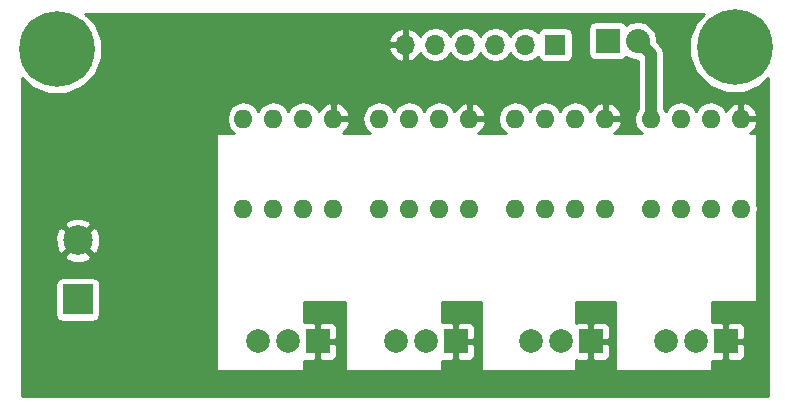
<source format=gbl>
G04 #@! TF.FileFunction,Copper,L2,Bot,Signal*
%FSLAX46Y46*%
G04 Gerber Fmt 4.6, Leading zero omitted, Abs format (unit mm)*
G04 Created by KiCad (PCBNEW 4.0.6+dfsg1-1) date Mon Feb 26 19:53:53 2018*
%MOMM*%
%LPD*%
G01*
G04 APERTURE LIST*
%ADD10C,0.100000*%
%ADD11R,2.500000X2.500000*%
%ADD12C,2.500000*%
%ADD13R,2.000000X2.000000*%
%ADD14C,2.000000*%
%ADD15O,1.600000X1.600000*%
%ADD16R,1.700000X1.700000*%
%ADD17O,1.700000X1.700000*%
%ADD18R,2.032000X2.032000*%
%ADD19O,2.032000X2.032000*%
%ADD20C,6.400000*%
%ADD21C,0.600000*%
%ADD22C,2.000000*%
%ADD23C,1.000000*%
%ADD24C,0.254000*%
G04 APERTURE END LIST*
D10*
D11*
X5496560Y8971280D03*
D12*
X5496560Y13971280D03*
D13*
X37500560Y5415280D03*
D14*
X34960560Y5415280D03*
X32460560Y5415280D03*
D15*
X19535760Y16650880D03*
X22075760Y16650880D03*
X24615760Y16650880D03*
X27155760Y16650880D03*
X27155760Y24270880D03*
X24615760Y24270880D03*
X22075760Y24270880D03*
X19535760Y24270880D03*
D16*
X45935760Y30550880D03*
D17*
X43395760Y30550880D03*
X40855760Y30550880D03*
X38315760Y30550880D03*
X35775760Y30550880D03*
X33235760Y30550880D03*
D15*
X31035760Y16650880D03*
X33575760Y16650880D03*
X36115760Y16650880D03*
X38655760Y16650880D03*
X38655760Y24270880D03*
X36115760Y24270880D03*
X33575760Y24270880D03*
X31035760Y24270880D03*
X42535760Y16650880D03*
X45075760Y16650880D03*
X47615760Y16650880D03*
X50155760Y16650880D03*
X50155760Y24270880D03*
X47615760Y24270880D03*
X45075760Y24270880D03*
X42535760Y24270880D03*
X54035760Y16650880D03*
X56575760Y16650880D03*
X59115760Y16650880D03*
X61655760Y16650880D03*
X61655760Y24270880D03*
X59115760Y24270880D03*
X56575760Y24270880D03*
X54035760Y24270880D03*
D13*
X60360560Y5415280D03*
D14*
X57820560Y5415280D03*
X55320560Y5415280D03*
D13*
X48930560Y5415280D03*
D14*
X46390560Y5415280D03*
X43890560Y5415280D03*
D13*
X25816560Y5415280D03*
D14*
X23276560Y5415280D03*
X20776560Y5415280D03*
D18*
X50374560Y30871280D03*
D19*
X52914560Y30871280D03*
D20*
X61122560Y30307280D03*
D21*
X63522560Y30307280D03*
X62819616Y28610224D03*
X61122560Y27907280D03*
X59425504Y28610224D03*
X58722560Y30307280D03*
X59425504Y32004336D03*
X61122560Y32707280D03*
X62819616Y32004336D03*
D20*
X3718560Y30180280D03*
D21*
X6118560Y30180280D03*
X5415616Y28483224D03*
X3718560Y27780280D03*
X2021504Y28483224D03*
X1318560Y30180280D03*
X2021504Y31877336D03*
X3718560Y32580280D03*
X5415616Y31877336D03*
X14386560Y3891280D03*
X14386560Y1605280D03*
X14386560Y2715280D03*
X14234560Y21925280D03*
X19424560Y31871280D03*
D22*
X14386560Y2715280D02*
X14386560Y3891280D01*
X14386560Y2715280D02*
X14386560Y1605280D01*
D23*
X14386560Y2715280D02*
X14386560Y2748280D01*
X14234560Y21925280D02*
X14132560Y21925280D01*
X19424560Y31871280D02*
X19474560Y31871280D01*
X54035760Y24270880D02*
X54035760Y29750080D01*
X54035760Y29750080D02*
X52914560Y30871280D01*
D24*
G36*
X57873301Y32482469D02*
X57288227Y31073455D01*
X57286896Y29547798D01*
X57869510Y28137765D01*
X58947371Y27058021D01*
X60356385Y26472947D01*
X61882042Y26471616D01*
X63292075Y27054230D01*
X63964560Y27725542D01*
X63964560Y781280D01*
X784560Y781280D01*
X784560Y10221280D01*
X3599120Y10221280D01*
X3599120Y7721280D01*
X3643398Y7485963D01*
X3782470Y7269839D01*
X3994670Y7124849D01*
X4246560Y7073840D01*
X6746560Y7073840D01*
X6981877Y7118118D01*
X7198001Y7257190D01*
X7342991Y7469390D01*
X7394000Y7721280D01*
X7394000Y10221280D01*
X7349722Y10456597D01*
X7210650Y10672721D01*
X6998450Y10817711D01*
X6746560Y10868720D01*
X4246560Y10868720D01*
X4011243Y10824442D01*
X3795119Y10685370D01*
X3650129Y10473170D01*
X3599120Y10221280D01*
X784560Y10221280D01*
X784560Y12637960D01*
X4342845Y12637960D01*
X4472093Y12345157D01*
X5172366Y12076892D01*
X5921995Y12097030D01*
X6521027Y12345157D01*
X6650275Y12637960D01*
X5496560Y13791675D01*
X4342845Y12637960D01*
X784560Y12637960D01*
X784560Y14295474D01*
X3602172Y14295474D01*
X3622310Y13545845D01*
X3870437Y12946813D01*
X4163240Y12817565D01*
X5316955Y13971280D01*
X5676165Y13971280D01*
X6829880Y12817565D01*
X7122683Y12946813D01*
X7390948Y13647086D01*
X7370810Y14396715D01*
X7122683Y14995747D01*
X6829880Y15124995D01*
X5676165Y13971280D01*
X5316955Y13971280D01*
X4163240Y15124995D01*
X3870437Y14995747D01*
X3602172Y14295474D01*
X784560Y14295474D01*
X784560Y15304600D01*
X4342845Y15304600D01*
X5496560Y14150885D01*
X6650275Y15304600D01*
X6521027Y15597403D01*
X5820754Y15865668D01*
X5071125Y15845530D01*
X4472093Y15597403D01*
X4342845Y15304600D01*
X784560Y15304600D01*
X784560Y22941280D01*
X17180560Y22941280D01*
X17180560Y3002280D01*
X17189245Y2956121D01*
X17216525Y2913727D01*
X17258150Y2885286D01*
X17307560Y2875280D01*
X24546560Y2875280D01*
X24592719Y2883965D01*
X24635113Y2911245D01*
X24663554Y2952870D01*
X24673560Y3002280D01*
X24673560Y3787194D01*
X24690251Y3780280D01*
X25530810Y3780280D01*
X25689560Y3939030D01*
X25689560Y5288280D01*
X25943560Y5288280D01*
X25943560Y3939030D01*
X26102310Y3780280D01*
X26942869Y3780280D01*
X27176258Y3876953D01*
X27354887Y4055581D01*
X27451560Y4288970D01*
X27451560Y5129530D01*
X27292810Y5288280D01*
X25943560Y5288280D01*
X25689560Y5288280D01*
X25669560Y5288280D01*
X25669560Y5542280D01*
X25689560Y5542280D01*
X25689560Y6891530D01*
X25943560Y6891530D01*
X25943560Y5542280D01*
X27292810Y5542280D01*
X27451560Y5701030D01*
X27451560Y6541590D01*
X27354887Y6774979D01*
X27176258Y6953607D01*
X26942869Y7050280D01*
X26102310Y7050280D01*
X25943560Y6891530D01*
X25689560Y6891530D01*
X25530810Y7050280D01*
X24690251Y7050280D01*
X24673560Y7043366D01*
X24673560Y8717280D01*
X28102560Y8717280D01*
X28102560Y3002280D01*
X28111245Y2956121D01*
X28138525Y2913727D01*
X28180150Y2885286D01*
X28229560Y2875280D01*
X36230560Y2875280D01*
X36276719Y2883965D01*
X36319113Y2911245D01*
X36347554Y2952870D01*
X36357560Y3002280D01*
X36357560Y3787194D01*
X36374251Y3780280D01*
X37214810Y3780280D01*
X37373560Y3939030D01*
X37373560Y5288280D01*
X37627560Y5288280D01*
X37627560Y3939030D01*
X37786310Y3780280D01*
X38626869Y3780280D01*
X38860258Y3876953D01*
X39038887Y4055581D01*
X39135560Y4288970D01*
X39135560Y5129530D01*
X38976810Y5288280D01*
X37627560Y5288280D01*
X37373560Y5288280D01*
X37353560Y5288280D01*
X37353560Y5542280D01*
X37373560Y5542280D01*
X37373560Y6891530D01*
X37627560Y6891530D01*
X37627560Y5542280D01*
X38976810Y5542280D01*
X39135560Y5701030D01*
X39135560Y6541590D01*
X39038887Y6774979D01*
X38860258Y6953607D01*
X38626869Y7050280D01*
X37786310Y7050280D01*
X37627560Y6891530D01*
X37373560Y6891530D01*
X37214810Y7050280D01*
X36374251Y7050280D01*
X36357560Y7043366D01*
X36357560Y8717280D01*
X39659560Y8717280D01*
X39659560Y3002280D01*
X39668245Y2956121D01*
X39695525Y2913727D01*
X39737150Y2885286D01*
X39786560Y2875280D01*
X47533560Y2875280D01*
X47579719Y2883965D01*
X47622113Y2911245D01*
X47650554Y2952870D01*
X47660560Y3002280D01*
X47660560Y3839799D01*
X47804251Y3780280D01*
X48644810Y3780280D01*
X48803560Y3939030D01*
X48803560Y5288280D01*
X49057560Y5288280D01*
X49057560Y3939030D01*
X49216310Y3780280D01*
X50056869Y3780280D01*
X50290258Y3876953D01*
X50468887Y4055581D01*
X50565560Y4288970D01*
X50565560Y5129530D01*
X50406810Y5288280D01*
X49057560Y5288280D01*
X48803560Y5288280D01*
X48783560Y5288280D01*
X48783560Y5542280D01*
X48803560Y5542280D01*
X48803560Y6891530D01*
X49057560Y6891530D01*
X49057560Y5542280D01*
X50406810Y5542280D01*
X50565560Y5701030D01*
X50565560Y6541590D01*
X50468887Y6774979D01*
X50290258Y6953607D01*
X50056869Y7050280D01*
X49216310Y7050280D01*
X49057560Y6891530D01*
X48803560Y6891530D01*
X48644810Y7050280D01*
X47804251Y7050280D01*
X47660560Y6990761D01*
X47660560Y8717280D01*
X50962560Y8717280D01*
X50962560Y3002280D01*
X50971245Y2956121D01*
X50998525Y2913727D01*
X51040150Y2885286D01*
X51089560Y2875280D01*
X59090560Y2875280D01*
X59136719Y2883965D01*
X59179113Y2911245D01*
X59207554Y2952870D01*
X59217560Y3002280D01*
X59217560Y3787194D01*
X59234251Y3780280D01*
X60074810Y3780280D01*
X60233560Y3939030D01*
X60233560Y5288280D01*
X60487560Y5288280D01*
X60487560Y3939030D01*
X60646310Y3780280D01*
X61486869Y3780280D01*
X61720258Y3876953D01*
X61898887Y4055581D01*
X61995560Y4288970D01*
X61995560Y5129530D01*
X61836810Y5288280D01*
X60487560Y5288280D01*
X60233560Y5288280D01*
X60213560Y5288280D01*
X60213560Y5542280D01*
X60233560Y5542280D01*
X60233560Y6891530D01*
X60487560Y6891530D01*
X60487560Y5542280D01*
X61836810Y5542280D01*
X61995560Y5701030D01*
X61995560Y6541590D01*
X61898887Y6774979D01*
X61720258Y6953607D01*
X61486869Y7050280D01*
X60646310Y7050280D01*
X60487560Y6891530D01*
X60233560Y6891530D01*
X60074810Y7050280D01*
X59234251Y7050280D01*
X59217560Y7043366D01*
X59217560Y8717280D01*
X62900560Y8717280D01*
X62946719Y8725965D01*
X62989113Y8753245D01*
X63017554Y8794870D01*
X63027560Y8844280D01*
X63027560Y16305039D01*
X63090760Y16622767D01*
X63090760Y16678993D01*
X63027560Y16996721D01*
X63027560Y22941280D01*
X63018875Y22987439D01*
X62991595Y23029833D01*
X62949970Y23058274D01*
X62900560Y23068280D01*
X62424579Y23068280D01*
X62808149Y23415746D01*
X63047674Y23921839D01*
X62926389Y24143880D01*
X61782760Y24143880D01*
X61782760Y24123880D01*
X61528760Y24123880D01*
X61528760Y24143880D01*
X61508760Y24143880D01*
X61508760Y24397880D01*
X61528760Y24397880D01*
X61528760Y25540795D01*
X61782760Y25540795D01*
X61782760Y24397880D01*
X62926389Y24397880D01*
X63047674Y24619921D01*
X62808149Y25126014D01*
X62393183Y25501921D01*
X62004799Y25662784D01*
X61782760Y25540795D01*
X61528760Y25540795D01*
X61306721Y25662784D01*
X60918337Y25501921D01*
X60503371Y25126014D01*
X60400746Y24909177D01*
X60130458Y25313691D01*
X59664911Y25624760D01*
X59115760Y25733993D01*
X58566609Y25624760D01*
X58101062Y25313691D01*
X57845760Y24931605D01*
X57590458Y25313691D01*
X57124911Y25624760D01*
X56575760Y25733993D01*
X56026609Y25624760D01*
X55561062Y25313691D01*
X55305760Y24931605D01*
X55170760Y25133647D01*
X55170760Y29750080D01*
X55084363Y30184426D01*
X54838326Y30552646D01*
X54563316Y30827656D01*
X54565560Y30838935D01*
X54565560Y30903625D01*
X54439885Y31535435D01*
X54081993Y32071058D01*
X53546370Y32428950D01*
X52914560Y32554625D01*
X52282750Y32428950D01*
X51942768Y32201781D01*
X51854650Y32338721D01*
X51642450Y32483711D01*
X51390560Y32534720D01*
X49358560Y32534720D01*
X49123243Y32490442D01*
X48907119Y32351370D01*
X48762129Y32139170D01*
X48711120Y31887280D01*
X48711120Y29855280D01*
X48755398Y29619963D01*
X48894470Y29403839D01*
X49106670Y29258849D01*
X49358560Y29207840D01*
X51390560Y29207840D01*
X51625877Y29252118D01*
X51842001Y29391190D01*
X51943758Y29540117D01*
X52282750Y29313610D01*
X52900760Y29190680D01*
X52900760Y25133647D01*
X52709993Y24848144D01*
X52600760Y24298993D01*
X52600760Y24242767D01*
X52709993Y23693616D01*
X53021062Y23228069D01*
X53260203Y23068280D01*
X50924579Y23068280D01*
X51308149Y23415746D01*
X51547674Y23921839D01*
X51426389Y24143880D01*
X50282760Y24143880D01*
X50282760Y24123880D01*
X50028760Y24123880D01*
X50028760Y24143880D01*
X50008760Y24143880D01*
X50008760Y24397880D01*
X50028760Y24397880D01*
X50028760Y25540795D01*
X50282760Y25540795D01*
X50282760Y24397880D01*
X51426389Y24397880D01*
X51547674Y24619921D01*
X51308149Y25126014D01*
X50893183Y25501921D01*
X50504799Y25662784D01*
X50282760Y25540795D01*
X50028760Y25540795D01*
X49806721Y25662784D01*
X49418337Y25501921D01*
X49003371Y25126014D01*
X48900746Y24909177D01*
X48630458Y25313691D01*
X48164911Y25624760D01*
X47615760Y25733993D01*
X47066609Y25624760D01*
X46601062Y25313691D01*
X46345760Y24931605D01*
X46090458Y25313691D01*
X45624911Y25624760D01*
X45075760Y25733993D01*
X44526609Y25624760D01*
X44061062Y25313691D01*
X43805760Y24931605D01*
X43550458Y25313691D01*
X43084911Y25624760D01*
X42535760Y25733993D01*
X41986609Y25624760D01*
X41521062Y25313691D01*
X41209993Y24848144D01*
X41100760Y24298993D01*
X41100760Y24242767D01*
X41209993Y23693616D01*
X41521062Y23228069D01*
X41760203Y23068280D01*
X39424579Y23068280D01*
X39808149Y23415746D01*
X40047674Y23921839D01*
X39926389Y24143880D01*
X38782760Y24143880D01*
X38782760Y24123880D01*
X38528760Y24123880D01*
X38528760Y24143880D01*
X38508760Y24143880D01*
X38508760Y24397880D01*
X38528760Y24397880D01*
X38528760Y25540795D01*
X38782760Y25540795D01*
X38782760Y24397880D01*
X39926389Y24397880D01*
X40047674Y24619921D01*
X39808149Y25126014D01*
X39393183Y25501921D01*
X39004799Y25662784D01*
X38782760Y25540795D01*
X38528760Y25540795D01*
X38306721Y25662784D01*
X37918337Y25501921D01*
X37503371Y25126014D01*
X37400746Y24909177D01*
X37130458Y25313691D01*
X36664911Y25624760D01*
X36115760Y25733993D01*
X35566609Y25624760D01*
X35101062Y25313691D01*
X34845760Y24931605D01*
X34590458Y25313691D01*
X34124911Y25624760D01*
X33575760Y25733993D01*
X33026609Y25624760D01*
X32561062Y25313691D01*
X32305760Y24931605D01*
X32050458Y25313691D01*
X31584911Y25624760D01*
X31035760Y25733993D01*
X30486609Y25624760D01*
X30021062Y25313691D01*
X29709993Y24848144D01*
X29600760Y24298993D01*
X29600760Y24242767D01*
X29709993Y23693616D01*
X30021062Y23228069D01*
X30260203Y23068280D01*
X27924579Y23068280D01*
X28308149Y23415746D01*
X28547674Y23921839D01*
X28426389Y24143880D01*
X27282760Y24143880D01*
X27282760Y24123880D01*
X27028760Y24123880D01*
X27028760Y24143880D01*
X27008760Y24143880D01*
X27008760Y24397880D01*
X27028760Y24397880D01*
X27028760Y25540795D01*
X27282760Y25540795D01*
X27282760Y24397880D01*
X28426389Y24397880D01*
X28547674Y24619921D01*
X28308149Y25126014D01*
X27893183Y25501921D01*
X27504799Y25662784D01*
X27282760Y25540795D01*
X27028760Y25540795D01*
X26806721Y25662784D01*
X26418337Y25501921D01*
X26003371Y25126014D01*
X25900746Y24909177D01*
X25630458Y25313691D01*
X25164911Y25624760D01*
X24615760Y25733993D01*
X24066609Y25624760D01*
X23601062Y25313691D01*
X23345760Y24931605D01*
X23090458Y25313691D01*
X22624911Y25624760D01*
X22075760Y25733993D01*
X21526609Y25624760D01*
X21061062Y25313691D01*
X20805760Y24931605D01*
X20550458Y25313691D01*
X20084911Y25624760D01*
X19535760Y25733993D01*
X18986609Y25624760D01*
X18521062Y25313691D01*
X18209993Y24848144D01*
X18100760Y24298993D01*
X18100760Y24242767D01*
X18209993Y23693616D01*
X18521062Y23228069D01*
X18760203Y23068280D01*
X17307560Y23068280D01*
X17261401Y23059595D01*
X17219007Y23032315D01*
X17190566Y22990690D01*
X17180560Y22941280D01*
X784560Y22941280D01*
X784560Y27691158D01*
X1543371Y26931021D01*
X2952385Y26345947D01*
X4478042Y26344616D01*
X5888075Y26927230D01*
X6967819Y28005091D01*
X7552893Y29414105D01*
X7553573Y30193988D01*
X31794274Y30193988D01*
X32040577Y29669522D01*
X32468836Y29279235D01*
X32878870Y29109404D01*
X33108760Y29230725D01*
X33108760Y30423880D01*
X31914941Y30423880D01*
X31794274Y30193988D01*
X7553573Y30193988D01*
X7554196Y30907772D01*
X31794274Y30907772D01*
X31914941Y30677880D01*
X33108760Y30677880D01*
X33108760Y31871035D01*
X33362760Y31871035D01*
X33362760Y30677880D01*
X33382760Y30677880D01*
X33382760Y30423880D01*
X33362760Y30423880D01*
X33362760Y29230725D01*
X33592650Y29109404D01*
X34002684Y29279235D01*
X34430943Y29669522D01*
X34498058Y29812433D01*
X34725706Y29471733D01*
X35207475Y29149826D01*
X35775760Y29036787D01*
X36344045Y29149826D01*
X36825814Y29471733D01*
X37045760Y29800906D01*
X37265706Y29471733D01*
X37747475Y29149826D01*
X38315760Y29036787D01*
X38884045Y29149826D01*
X39365814Y29471733D01*
X39585760Y29800906D01*
X39805706Y29471733D01*
X40287475Y29149826D01*
X40855760Y29036787D01*
X41424045Y29149826D01*
X41905814Y29471733D01*
X42125760Y29800906D01*
X42345706Y29471733D01*
X42827475Y29149826D01*
X43395760Y29036787D01*
X43964045Y29149826D01*
X44445814Y29471733D01*
X44473610Y29513332D01*
X44482598Y29465563D01*
X44621670Y29249439D01*
X44833870Y29104449D01*
X45085760Y29053440D01*
X46785760Y29053440D01*
X47021077Y29097718D01*
X47237201Y29236790D01*
X47382191Y29448990D01*
X47433200Y29700880D01*
X47433200Y31400880D01*
X47388922Y31636197D01*
X47249850Y31852321D01*
X47037650Y31997311D01*
X46785760Y32048320D01*
X45085760Y32048320D01*
X44850443Y32004042D01*
X44634319Y31864970D01*
X44489329Y31652770D01*
X44475674Y31585339D01*
X44445814Y31630027D01*
X43964045Y31951934D01*
X43395760Y32064973D01*
X42827475Y31951934D01*
X42345706Y31630027D01*
X42125760Y31300854D01*
X41905814Y31630027D01*
X41424045Y31951934D01*
X40855760Y32064973D01*
X40287475Y31951934D01*
X39805706Y31630027D01*
X39585760Y31300854D01*
X39365814Y31630027D01*
X38884045Y31951934D01*
X38315760Y32064973D01*
X37747475Y31951934D01*
X37265706Y31630027D01*
X37045760Y31300854D01*
X36825814Y31630027D01*
X36344045Y31951934D01*
X35775760Y32064973D01*
X35207475Y31951934D01*
X34725706Y31630027D01*
X34498058Y31289327D01*
X34430943Y31432238D01*
X34002684Y31822525D01*
X33592650Y31992356D01*
X33362760Y31871035D01*
X33108760Y31871035D01*
X32878870Y31992356D01*
X32468836Y31822525D01*
X32040577Y31432238D01*
X31794274Y30907772D01*
X7554196Y30907772D01*
X7554224Y30939762D01*
X6971610Y32349795D01*
X6161540Y33161280D01*
X58553298Y33161280D01*
X57873301Y32482469D01*
X57873301Y32482469D01*
G37*
X57873301Y32482469D02*
X57288227Y31073455D01*
X57286896Y29547798D01*
X57869510Y28137765D01*
X58947371Y27058021D01*
X60356385Y26472947D01*
X61882042Y26471616D01*
X63292075Y27054230D01*
X63964560Y27725542D01*
X63964560Y781280D01*
X784560Y781280D01*
X784560Y10221280D01*
X3599120Y10221280D01*
X3599120Y7721280D01*
X3643398Y7485963D01*
X3782470Y7269839D01*
X3994670Y7124849D01*
X4246560Y7073840D01*
X6746560Y7073840D01*
X6981877Y7118118D01*
X7198001Y7257190D01*
X7342991Y7469390D01*
X7394000Y7721280D01*
X7394000Y10221280D01*
X7349722Y10456597D01*
X7210650Y10672721D01*
X6998450Y10817711D01*
X6746560Y10868720D01*
X4246560Y10868720D01*
X4011243Y10824442D01*
X3795119Y10685370D01*
X3650129Y10473170D01*
X3599120Y10221280D01*
X784560Y10221280D01*
X784560Y12637960D01*
X4342845Y12637960D01*
X4472093Y12345157D01*
X5172366Y12076892D01*
X5921995Y12097030D01*
X6521027Y12345157D01*
X6650275Y12637960D01*
X5496560Y13791675D01*
X4342845Y12637960D01*
X784560Y12637960D01*
X784560Y14295474D01*
X3602172Y14295474D01*
X3622310Y13545845D01*
X3870437Y12946813D01*
X4163240Y12817565D01*
X5316955Y13971280D01*
X5676165Y13971280D01*
X6829880Y12817565D01*
X7122683Y12946813D01*
X7390948Y13647086D01*
X7370810Y14396715D01*
X7122683Y14995747D01*
X6829880Y15124995D01*
X5676165Y13971280D01*
X5316955Y13971280D01*
X4163240Y15124995D01*
X3870437Y14995747D01*
X3602172Y14295474D01*
X784560Y14295474D01*
X784560Y15304600D01*
X4342845Y15304600D01*
X5496560Y14150885D01*
X6650275Y15304600D01*
X6521027Y15597403D01*
X5820754Y15865668D01*
X5071125Y15845530D01*
X4472093Y15597403D01*
X4342845Y15304600D01*
X784560Y15304600D01*
X784560Y22941280D01*
X17180560Y22941280D01*
X17180560Y3002280D01*
X17189245Y2956121D01*
X17216525Y2913727D01*
X17258150Y2885286D01*
X17307560Y2875280D01*
X24546560Y2875280D01*
X24592719Y2883965D01*
X24635113Y2911245D01*
X24663554Y2952870D01*
X24673560Y3002280D01*
X24673560Y3787194D01*
X24690251Y3780280D01*
X25530810Y3780280D01*
X25689560Y3939030D01*
X25689560Y5288280D01*
X25943560Y5288280D01*
X25943560Y3939030D01*
X26102310Y3780280D01*
X26942869Y3780280D01*
X27176258Y3876953D01*
X27354887Y4055581D01*
X27451560Y4288970D01*
X27451560Y5129530D01*
X27292810Y5288280D01*
X25943560Y5288280D01*
X25689560Y5288280D01*
X25669560Y5288280D01*
X25669560Y5542280D01*
X25689560Y5542280D01*
X25689560Y6891530D01*
X25943560Y6891530D01*
X25943560Y5542280D01*
X27292810Y5542280D01*
X27451560Y5701030D01*
X27451560Y6541590D01*
X27354887Y6774979D01*
X27176258Y6953607D01*
X26942869Y7050280D01*
X26102310Y7050280D01*
X25943560Y6891530D01*
X25689560Y6891530D01*
X25530810Y7050280D01*
X24690251Y7050280D01*
X24673560Y7043366D01*
X24673560Y8717280D01*
X28102560Y8717280D01*
X28102560Y3002280D01*
X28111245Y2956121D01*
X28138525Y2913727D01*
X28180150Y2885286D01*
X28229560Y2875280D01*
X36230560Y2875280D01*
X36276719Y2883965D01*
X36319113Y2911245D01*
X36347554Y2952870D01*
X36357560Y3002280D01*
X36357560Y3787194D01*
X36374251Y3780280D01*
X37214810Y3780280D01*
X37373560Y3939030D01*
X37373560Y5288280D01*
X37627560Y5288280D01*
X37627560Y3939030D01*
X37786310Y3780280D01*
X38626869Y3780280D01*
X38860258Y3876953D01*
X39038887Y4055581D01*
X39135560Y4288970D01*
X39135560Y5129530D01*
X38976810Y5288280D01*
X37627560Y5288280D01*
X37373560Y5288280D01*
X37353560Y5288280D01*
X37353560Y5542280D01*
X37373560Y5542280D01*
X37373560Y6891530D01*
X37627560Y6891530D01*
X37627560Y5542280D01*
X38976810Y5542280D01*
X39135560Y5701030D01*
X39135560Y6541590D01*
X39038887Y6774979D01*
X38860258Y6953607D01*
X38626869Y7050280D01*
X37786310Y7050280D01*
X37627560Y6891530D01*
X37373560Y6891530D01*
X37214810Y7050280D01*
X36374251Y7050280D01*
X36357560Y7043366D01*
X36357560Y8717280D01*
X39659560Y8717280D01*
X39659560Y3002280D01*
X39668245Y2956121D01*
X39695525Y2913727D01*
X39737150Y2885286D01*
X39786560Y2875280D01*
X47533560Y2875280D01*
X47579719Y2883965D01*
X47622113Y2911245D01*
X47650554Y2952870D01*
X47660560Y3002280D01*
X47660560Y3839799D01*
X47804251Y3780280D01*
X48644810Y3780280D01*
X48803560Y3939030D01*
X48803560Y5288280D01*
X49057560Y5288280D01*
X49057560Y3939030D01*
X49216310Y3780280D01*
X50056869Y3780280D01*
X50290258Y3876953D01*
X50468887Y4055581D01*
X50565560Y4288970D01*
X50565560Y5129530D01*
X50406810Y5288280D01*
X49057560Y5288280D01*
X48803560Y5288280D01*
X48783560Y5288280D01*
X48783560Y5542280D01*
X48803560Y5542280D01*
X48803560Y6891530D01*
X49057560Y6891530D01*
X49057560Y5542280D01*
X50406810Y5542280D01*
X50565560Y5701030D01*
X50565560Y6541590D01*
X50468887Y6774979D01*
X50290258Y6953607D01*
X50056869Y7050280D01*
X49216310Y7050280D01*
X49057560Y6891530D01*
X48803560Y6891530D01*
X48644810Y7050280D01*
X47804251Y7050280D01*
X47660560Y6990761D01*
X47660560Y8717280D01*
X50962560Y8717280D01*
X50962560Y3002280D01*
X50971245Y2956121D01*
X50998525Y2913727D01*
X51040150Y2885286D01*
X51089560Y2875280D01*
X59090560Y2875280D01*
X59136719Y2883965D01*
X59179113Y2911245D01*
X59207554Y2952870D01*
X59217560Y3002280D01*
X59217560Y3787194D01*
X59234251Y3780280D01*
X60074810Y3780280D01*
X60233560Y3939030D01*
X60233560Y5288280D01*
X60487560Y5288280D01*
X60487560Y3939030D01*
X60646310Y3780280D01*
X61486869Y3780280D01*
X61720258Y3876953D01*
X61898887Y4055581D01*
X61995560Y4288970D01*
X61995560Y5129530D01*
X61836810Y5288280D01*
X60487560Y5288280D01*
X60233560Y5288280D01*
X60213560Y5288280D01*
X60213560Y5542280D01*
X60233560Y5542280D01*
X60233560Y6891530D01*
X60487560Y6891530D01*
X60487560Y5542280D01*
X61836810Y5542280D01*
X61995560Y5701030D01*
X61995560Y6541590D01*
X61898887Y6774979D01*
X61720258Y6953607D01*
X61486869Y7050280D01*
X60646310Y7050280D01*
X60487560Y6891530D01*
X60233560Y6891530D01*
X60074810Y7050280D01*
X59234251Y7050280D01*
X59217560Y7043366D01*
X59217560Y8717280D01*
X62900560Y8717280D01*
X62946719Y8725965D01*
X62989113Y8753245D01*
X63017554Y8794870D01*
X63027560Y8844280D01*
X63027560Y16305039D01*
X63090760Y16622767D01*
X63090760Y16678993D01*
X63027560Y16996721D01*
X63027560Y22941280D01*
X63018875Y22987439D01*
X62991595Y23029833D01*
X62949970Y23058274D01*
X62900560Y23068280D01*
X62424579Y23068280D01*
X62808149Y23415746D01*
X63047674Y23921839D01*
X62926389Y24143880D01*
X61782760Y24143880D01*
X61782760Y24123880D01*
X61528760Y24123880D01*
X61528760Y24143880D01*
X61508760Y24143880D01*
X61508760Y24397880D01*
X61528760Y24397880D01*
X61528760Y25540795D01*
X61782760Y25540795D01*
X61782760Y24397880D01*
X62926389Y24397880D01*
X63047674Y24619921D01*
X62808149Y25126014D01*
X62393183Y25501921D01*
X62004799Y25662784D01*
X61782760Y25540795D01*
X61528760Y25540795D01*
X61306721Y25662784D01*
X60918337Y25501921D01*
X60503371Y25126014D01*
X60400746Y24909177D01*
X60130458Y25313691D01*
X59664911Y25624760D01*
X59115760Y25733993D01*
X58566609Y25624760D01*
X58101062Y25313691D01*
X57845760Y24931605D01*
X57590458Y25313691D01*
X57124911Y25624760D01*
X56575760Y25733993D01*
X56026609Y25624760D01*
X55561062Y25313691D01*
X55305760Y24931605D01*
X55170760Y25133647D01*
X55170760Y29750080D01*
X55084363Y30184426D01*
X54838326Y30552646D01*
X54563316Y30827656D01*
X54565560Y30838935D01*
X54565560Y30903625D01*
X54439885Y31535435D01*
X54081993Y32071058D01*
X53546370Y32428950D01*
X52914560Y32554625D01*
X52282750Y32428950D01*
X51942768Y32201781D01*
X51854650Y32338721D01*
X51642450Y32483711D01*
X51390560Y32534720D01*
X49358560Y32534720D01*
X49123243Y32490442D01*
X48907119Y32351370D01*
X48762129Y32139170D01*
X48711120Y31887280D01*
X48711120Y29855280D01*
X48755398Y29619963D01*
X48894470Y29403839D01*
X49106670Y29258849D01*
X49358560Y29207840D01*
X51390560Y29207840D01*
X51625877Y29252118D01*
X51842001Y29391190D01*
X51943758Y29540117D01*
X52282750Y29313610D01*
X52900760Y29190680D01*
X52900760Y25133647D01*
X52709993Y24848144D01*
X52600760Y24298993D01*
X52600760Y24242767D01*
X52709993Y23693616D01*
X53021062Y23228069D01*
X53260203Y23068280D01*
X50924579Y23068280D01*
X51308149Y23415746D01*
X51547674Y23921839D01*
X51426389Y24143880D01*
X50282760Y24143880D01*
X50282760Y24123880D01*
X50028760Y24123880D01*
X50028760Y24143880D01*
X50008760Y24143880D01*
X50008760Y24397880D01*
X50028760Y24397880D01*
X50028760Y25540795D01*
X50282760Y25540795D01*
X50282760Y24397880D01*
X51426389Y24397880D01*
X51547674Y24619921D01*
X51308149Y25126014D01*
X50893183Y25501921D01*
X50504799Y25662784D01*
X50282760Y25540795D01*
X50028760Y25540795D01*
X49806721Y25662784D01*
X49418337Y25501921D01*
X49003371Y25126014D01*
X48900746Y24909177D01*
X48630458Y25313691D01*
X48164911Y25624760D01*
X47615760Y25733993D01*
X47066609Y25624760D01*
X46601062Y25313691D01*
X46345760Y24931605D01*
X46090458Y25313691D01*
X45624911Y25624760D01*
X45075760Y25733993D01*
X44526609Y25624760D01*
X44061062Y25313691D01*
X43805760Y24931605D01*
X43550458Y25313691D01*
X43084911Y25624760D01*
X42535760Y25733993D01*
X41986609Y25624760D01*
X41521062Y25313691D01*
X41209993Y24848144D01*
X41100760Y24298993D01*
X41100760Y24242767D01*
X41209993Y23693616D01*
X41521062Y23228069D01*
X41760203Y23068280D01*
X39424579Y23068280D01*
X39808149Y23415746D01*
X40047674Y23921839D01*
X39926389Y24143880D01*
X38782760Y24143880D01*
X38782760Y24123880D01*
X38528760Y24123880D01*
X38528760Y24143880D01*
X38508760Y24143880D01*
X38508760Y24397880D01*
X38528760Y24397880D01*
X38528760Y25540795D01*
X38782760Y25540795D01*
X38782760Y24397880D01*
X39926389Y24397880D01*
X40047674Y24619921D01*
X39808149Y25126014D01*
X39393183Y25501921D01*
X39004799Y25662784D01*
X38782760Y25540795D01*
X38528760Y25540795D01*
X38306721Y25662784D01*
X37918337Y25501921D01*
X37503371Y25126014D01*
X37400746Y24909177D01*
X37130458Y25313691D01*
X36664911Y25624760D01*
X36115760Y25733993D01*
X35566609Y25624760D01*
X35101062Y25313691D01*
X34845760Y24931605D01*
X34590458Y25313691D01*
X34124911Y25624760D01*
X33575760Y25733993D01*
X33026609Y25624760D01*
X32561062Y25313691D01*
X32305760Y24931605D01*
X32050458Y25313691D01*
X31584911Y25624760D01*
X31035760Y25733993D01*
X30486609Y25624760D01*
X30021062Y25313691D01*
X29709993Y24848144D01*
X29600760Y24298993D01*
X29600760Y24242767D01*
X29709993Y23693616D01*
X30021062Y23228069D01*
X30260203Y23068280D01*
X27924579Y23068280D01*
X28308149Y23415746D01*
X28547674Y23921839D01*
X28426389Y24143880D01*
X27282760Y24143880D01*
X27282760Y24123880D01*
X27028760Y24123880D01*
X27028760Y24143880D01*
X27008760Y24143880D01*
X27008760Y24397880D01*
X27028760Y24397880D01*
X27028760Y25540795D01*
X27282760Y25540795D01*
X27282760Y24397880D01*
X28426389Y24397880D01*
X28547674Y24619921D01*
X28308149Y25126014D01*
X27893183Y25501921D01*
X27504799Y25662784D01*
X27282760Y25540795D01*
X27028760Y25540795D01*
X26806721Y25662784D01*
X26418337Y25501921D01*
X26003371Y25126014D01*
X25900746Y24909177D01*
X25630458Y25313691D01*
X25164911Y25624760D01*
X24615760Y25733993D01*
X24066609Y25624760D01*
X23601062Y25313691D01*
X23345760Y24931605D01*
X23090458Y25313691D01*
X22624911Y25624760D01*
X22075760Y25733993D01*
X21526609Y25624760D01*
X21061062Y25313691D01*
X20805760Y24931605D01*
X20550458Y25313691D01*
X20084911Y25624760D01*
X19535760Y25733993D01*
X18986609Y25624760D01*
X18521062Y25313691D01*
X18209993Y24848144D01*
X18100760Y24298993D01*
X18100760Y24242767D01*
X18209993Y23693616D01*
X18521062Y23228069D01*
X18760203Y23068280D01*
X17307560Y23068280D01*
X17261401Y23059595D01*
X17219007Y23032315D01*
X17190566Y22990690D01*
X17180560Y22941280D01*
X784560Y22941280D01*
X784560Y27691158D01*
X1543371Y26931021D01*
X2952385Y26345947D01*
X4478042Y26344616D01*
X5888075Y26927230D01*
X6967819Y28005091D01*
X7552893Y29414105D01*
X7553573Y30193988D01*
X31794274Y30193988D01*
X32040577Y29669522D01*
X32468836Y29279235D01*
X32878870Y29109404D01*
X33108760Y29230725D01*
X33108760Y30423880D01*
X31914941Y30423880D01*
X31794274Y30193988D01*
X7553573Y30193988D01*
X7554196Y30907772D01*
X31794274Y30907772D01*
X31914941Y30677880D01*
X33108760Y30677880D01*
X33108760Y31871035D01*
X33362760Y31871035D01*
X33362760Y30677880D01*
X33382760Y30677880D01*
X33382760Y30423880D01*
X33362760Y30423880D01*
X33362760Y29230725D01*
X33592650Y29109404D01*
X34002684Y29279235D01*
X34430943Y29669522D01*
X34498058Y29812433D01*
X34725706Y29471733D01*
X35207475Y29149826D01*
X35775760Y29036787D01*
X36344045Y29149826D01*
X36825814Y29471733D01*
X37045760Y29800906D01*
X37265706Y29471733D01*
X37747475Y29149826D01*
X38315760Y29036787D01*
X38884045Y29149826D01*
X39365814Y29471733D01*
X39585760Y29800906D01*
X39805706Y29471733D01*
X40287475Y29149826D01*
X40855760Y29036787D01*
X41424045Y29149826D01*
X41905814Y29471733D01*
X42125760Y29800906D01*
X42345706Y29471733D01*
X42827475Y29149826D01*
X43395760Y29036787D01*
X43964045Y29149826D01*
X44445814Y29471733D01*
X44473610Y29513332D01*
X44482598Y29465563D01*
X44621670Y29249439D01*
X44833870Y29104449D01*
X45085760Y29053440D01*
X46785760Y29053440D01*
X47021077Y29097718D01*
X47237201Y29236790D01*
X47382191Y29448990D01*
X47433200Y29700880D01*
X47433200Y31400880D01*
X47388922Y31636197D01*
X47249850Y31852321D01*
X47037650Y31997311D01*
X46785760Y32048320D01*
X45085760Y32048320D01*
X44850443Y32004042D01*
X44634319Y31864970D01*
X44489329Y31652770D01*
X44475674Y31585339D01*
X44445814Y31630027D01*
X43964045Y31951934D01*
X43395760Y32064973D01*
X42827475Y31951934D01*
X42345706Y31630027D01*
X42125760Y31300854D01*
X41905814Y31630027D01*
X41424045Y31951934D01*
X40855760Y32064973D01*
X40287475Y31951934D01*
X39805706Y31630027D01*
X39585760Y31300854D01*
X39365814Y31630027D01*
X38884045Y31951934D01*
X38315760Y32064973D01*
X37747475Y31951934D01*
X37265706Y31630027D01*
X37045760Y31300854D01*
X36825814Y31630027D01*
X36344045Y31951934D01*
X35775760Y32064973D01*
X35207475Y31951934D01*
X34725706Y31630027D01*
X34498058Y31289327D01*
X34430943Y31432238D01*
X34002684Y31822525D01*
X33592650Y31992356D01*
X33362760Y31871035D01*
X33108760Y31871035D01*
X32878870Y31992356D01*
X32468836Y31822525D01*
X32040577Y31432238D01*
X31794274Y30907772D01*
X7554196Y30907772D01*
X7554224Y30939762D01*
X6971610Y32349795D01*
X6161540Y33161280D01*
X58553298Y33161280D01*
X57873301Y32482469D01*
M02*

</source>
